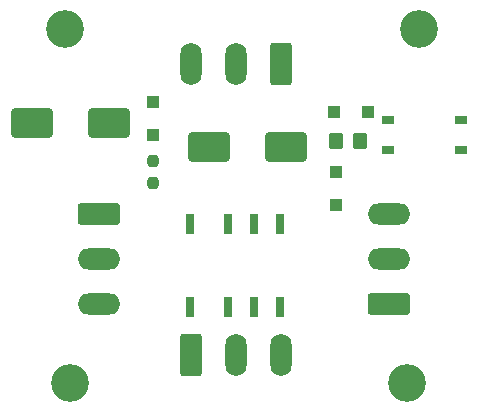
<source format=gbr>
%TF.GenerationSoftware,KiCad,Pcbnew,7.0.7*%
%TF.CreationDate,2023-09-11T13:21:53+02:00*%
%TF.ProjectId,MarklinBlock,4d61726b-6c69-46e4-926c-6f636b2e6b69,rev?*%
%TF.SameCoordinates,Original*%
%TF.FileFunction,Soldermask,Top*%
%TF.FilePolarity,Negative*%
%FSLAX46Y46*%
G04 Gerber Fmt 4.6, Leading zero omitted, Abs format (unit mm)*
G04 Created by KiCad (PCBNEW 7.0.7) date 2023-09-11 13:21:53*
%MOMM*%
%LPD*%
G01*
G04 APERTURE LIST*
G04 Aperture macros list*
%AMRoundRect*
0 Rectangle with rounded corners*
0 $1 Rounding radius*
0 $2 $3 $4 $5 $6 $7 $8 $9 X,Y pos of 4 corners*
0 Add a 4 corners polygon primitive as box body*
4,1,4,$2,$3,$4,$5,$6,$7,$8,$9,$2,$3,0*
0 Add four circle primitives for the rounded corners*
1,1,$1+$1,$2,$3*
1,1,$1+$1,$4,$5*
1,1,$1+$1,$6,$7*
1,1,$1+$1,$8,$9*
0 Add four rect primitives between the rounded corners*
20,1,$1+$1,$2,$3,$4,$5,0*
20,1,$1+$1,$4,$5,$6,$7,0*
20,1,$1+$1,$6,$7,$8,$9,0*
20,1,$1+$1,$8,$9,$2,$3,0*%
G04 Aperture macros list end*
%ADD10RoundRect,0.250000X1.500000X1.000000X-1.500000X1.000000X-1.500000X-1.000000X1.500000X-1.000000X0*%
%ADD11RoundRect,0.237500X-0.237500X0.250000X-0.237500X-0.250000X0.237500X-0.250000X0.237500X0.250000X0*%
%ADD12RoundRect,0.250000X0.350000X0.450000X-0.350000X0.450000X-0.350000X-0.450000X0.350000X-0.450000X0*%
%ADD13RoundRect,0.250000X-1.500000X-1.000000X1.500000X-1.000000X1.500000X1.000000X-1.500000X1.000000X0*%
%ADD14R,1.000000X0.800000*%
%ADD15C,3.200000*%
%ADD16R,1.100000X1.100000*%
%ADD17RoundRect,0.250000X-1.550000X0.650000X-1.550000X-0.650000X1.550000X-0.650000X1.550000X0.650000X0*%
%ADD18O,3.600000X1.800000*%
%ADD19RoundRect,0.250000X1.550000X-0.650000X1.550000X0.650000X-1.550000X0.650000X-1.550000X-0.650000X0*%
%ADD20RoundRect,0.250000X0.650000X1.550000X-0.650000X1.550000X-0.650000X-1.550000X0.650000X-1.550000X0*%
%ADD21O,1.800000X3.600000*%
%ADD22R,0.800000X1.800000*%
%ADD23RoundRect,0.250000X-0.650000X-1.550000X0.650000X-1.550000X0.650000X1.550000X-0.650000X1.550000X0*%
G04 APERTURE END LIST*
D10*
%TO.C,C2*%
X129250000Y-129000000D03*
X122750000Y-129000000D03*
%TD*%
D11*
%TO.C,R2*%
X133000000Y-132187500D03*
X133000000Y-134012500D03*
%TD*%
D12*
%TO.C,R1*%
X150500000Y-130500000D03*
X148500000Y-130500000D03*
%TD*%
D13*
%TO.C,C1*%
X137750000Y-131000000D03*
X144250000Y-131000000D03*
%TD*%
D14*
%TO.C,D3*%
X159075000Y-131270000D03*
X159075000Y-128730000D03*
X152925000Y-128730000D03*
X152925000Y-131270000D03*
%TD*%
D15*
%TO.C,REF\u002A\u002A*%
X126000000Y-151000000D03*
%TD*%
D16*
%TO.C,D2*%
X148500000Y-135900000D03*
X148500000Y-133100000D03*
%TD*%
D17*
%TO.C,J4*%
X128455000Y-136707000D03*
D18*
X128455000Y-140517000D03*
X128455000Y-144327000D03*
%TD*%
D19*
%TO.C,J3*%
X153000000Y-144255000D03*
D18*
X153000000Y-140445000D03*
X153000000Y-136635000D03*
%TD*%
D15*
%TO.C,REF\u002A\u002A*%
X125500000Y-121000000D03*
%TD*%
D20*
%TO.C,J2*%
X143810000Y-124000000D03*
D21*
X140000000Y-124000000D03*
X136190000Y-124000000D03*
%TD*%
D22*
%TO.C,K1*%
X136100000Y-144500000D03*
X139300000Y-144500000D03*
X141500000Y-144500000D03*
X143700000Y-144500000D03*
X143700000Y-137500000D03*
X141500000Y-137500000D03*
X139300000Y-137500000D03*
X136100000Y-137500000D03*
%TD*%
D16*
%TO.C,D1*%
X148354000Y-128000000D03*
X151154000Y-128000000D03*
%TD*%
D15*
%TO.C,REF\u002A\u002A*%
X154500000Y-151000000D03*
%TD*%
D16*
%TO.C,D4*%
X133000000Y-130000000D03*
X133000000Y-127200000D03*
%TD*%
D15*
%TO.C,REF\u002A\u002A*%
X155500000Y-121000000D03*
%TD*%
D23*
%TO.C,J1*%
X136245000Y-148567500D03*
D21*
X140055000Y-148567500D03*
X143865000Y-148567500D03*
%TD*%
M02*

</source>
